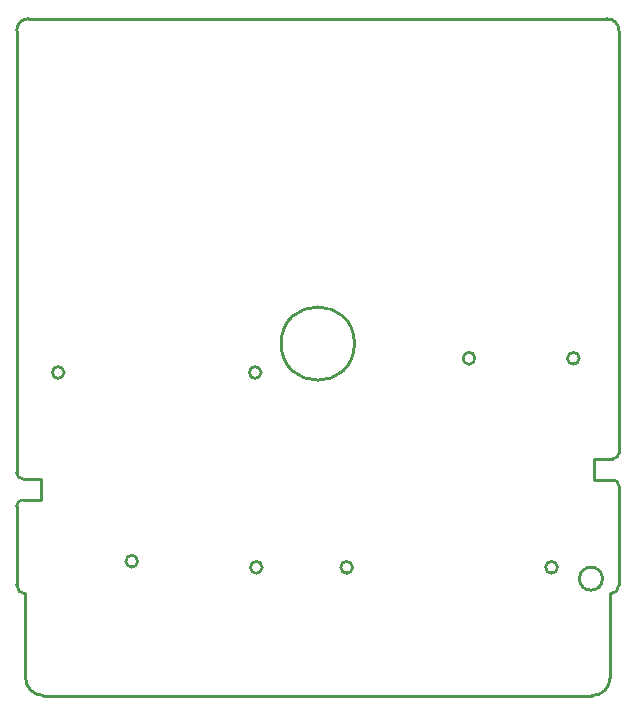
<source format=gbr>
%TF.GenerationSoftware,KiCad,Pcbnew,7.0.7*%
%TF.CreationDate,2023-11-15T05:14:33-06:00*%
%TF.ProjectId,GBA_Cartridge,4742415f-4361-4727-9472-696467652e6b,rev?*%
%TF.SameCoordinates,Original*%
%TF.FileFunction,Profile,NP*%
%FSLAX46Y46*%
G04 Gerber Fmt 4.6, Leading zero omitted, Abs format (unit mm)*
G04 Created by KiCad (PCBNEW 7.0.7) date 2023-11-15 05:14:33*
%MOMM*%
%LPD*%
G01*
G04 APERTURE LIST*
%TA.AperFunction,Profile*%
%ADD10C,0.250000*%
%TD*%
G04 APERTURE END LIST*
D10*
X0Y-11950000D02*
G75*
G03*
X500000Y-12450000I500000J0D01*
G01*
X4020000Y-3450000D02*
G75*
G03*
X4020000Y-3450000I-500000J0D01*
G01*
X48900000Y-12550000D02*
X48900000Y-10750000D01*
X2100000Y-12450000D02*
X500000Y-12450000D01*
X51000000Y25500000D02*
G75*
G03*
X50000000Y26500000I-1000000J0D01*
G01*
X1000000Y26500000D02*
G75*
G03*
X0Y25500000I0J-1000000D01*
G01*
X10250000Y-19430000D02*
G75*
G03*
X10250000Y-19430000I-500000J0D01*
G01*
X20700000Y-3450000D02*
G75*
G03*
X20700000Y-3450000I-500000J0D01*
G01*
X2100000Y-14250000D02*
X2100000Y-12450000D01*
X51000000Y-21450000D02*
X51000000Y-13050000D01*
X0Y25500000D02*
X0Y-11950000D01*
X20790000Y-19950000D02*
G75*
G03*
X20790000Y-19950000I-500000J0D01*
G01*
X750000Y-29300000D02*
G75*
G03*
X2250000Y-30800000I1500000J0D01*
G01*
X50500000Y-12550000D02*
X48900000Y-12550000D01*
X500000Y-14250000D02*
G75*
G03*
X0Y-14750000I0J-500000D01*
G01*
X51000000Y-13050000D02*
G75*
G03*
X50500000Y-12550000I-500000J0D01*
G01*
X50250000Y-22200000D02*
G75*
G03*
X51000000Y-21450000I0J750000D01*
G01*
X51000000Y-10250000D02*
X51000000Y25500000D01*
X28440000Y-19950000D02*
G75*
G03*
X28440000Y-19950000I-500000J0D01*
G01*
X48900000Y-10750000D02*
X50500000Y-10750000D01*
X28600000Y-1000000D02*
G75*
G03*
X28600000Y-1000000I-3100000J0D01*
G01*
X0Y-21450000D02*
G75*
G03*
X750000Y-22200000I750000J0D01*
G01*
X2250000Y-30800000D02*
X48750000Y-30800000D01*
X45790000Y-19950000D02*
G75*
G03*
X45790000Y-19950000I-500000J0D01*
G01*
X49602000Y-20910000D02*
G75*
G03*
X49602000Y-20910000I-975000J0D01*
G01*
X47640000Y-2250000D02*
G75*
G03*
X47640000Y-2250000I-500000J0D01*
G01*
X50250000Y-29300000D02*
X50250000Y-22200000D01*
X38800000Y-2250000D02*
G75*
G03*
X38800000Y-2250000I-500000J0D01*
G01*
X0Y-14750000D02*
X0Y-21450000D01*
X48750000Y-30800000D02*
G75*
G03*
X50250000Y-29300000I0J1500000D01*
G01*
X50000000Y26500000D02*
X1000000Y26500000D01*
X750000Y-22200000D02*
X750000Y-29300000D01*
X50500000Y-10750000D02*
G75*
G03*
X51000000Y-10250000I0J500000D01*
G01*
X500000Y-14250000D02*
X2100000Y-14250000D01*
M02*

</source>
